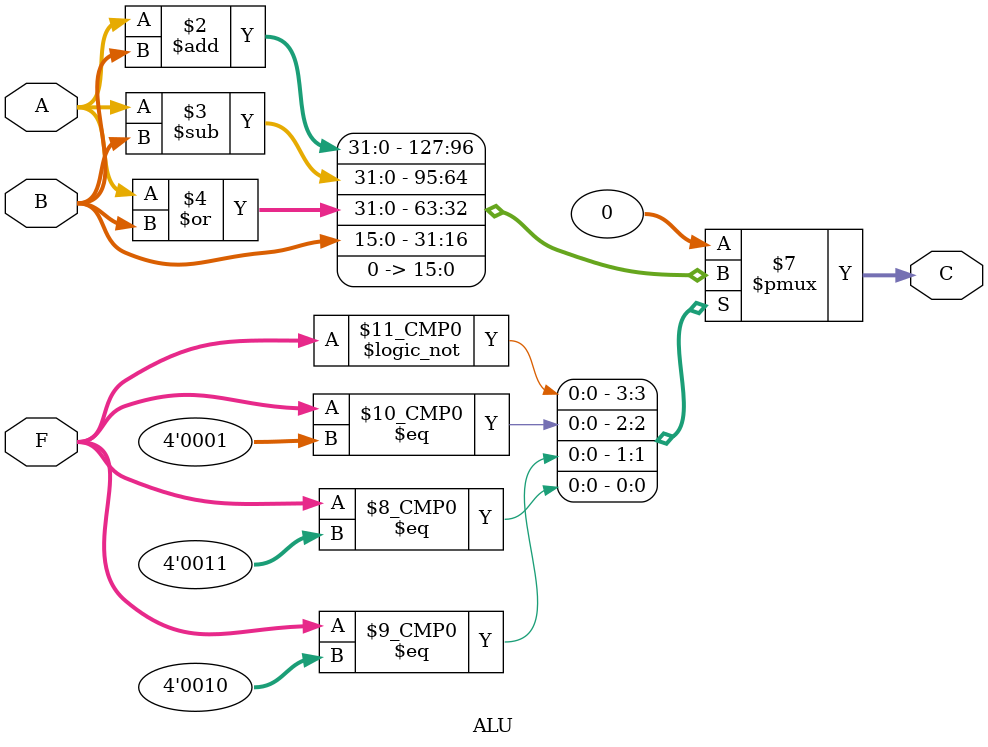
<source format=v>
`timescale 1ns / 1ps
`define ADD 4'b0000
`define SUB 4'b0001
`define OR 4'b0010
`define SL16 4'b0011 

module ALU(
    input [31:0] A,
    input [31:0] B,
    input [3:0] F,
    output reg [31:0] C
    );

    always @(*) begin
        case(F)
            `ADD:    C = A + B;
            `SUB:    C = A - B;
            `OR:     C = A | B;
            `SL16:   C = B << 16;
            default:C = 0;
        endcase
    end
    
endmodule
</source>
